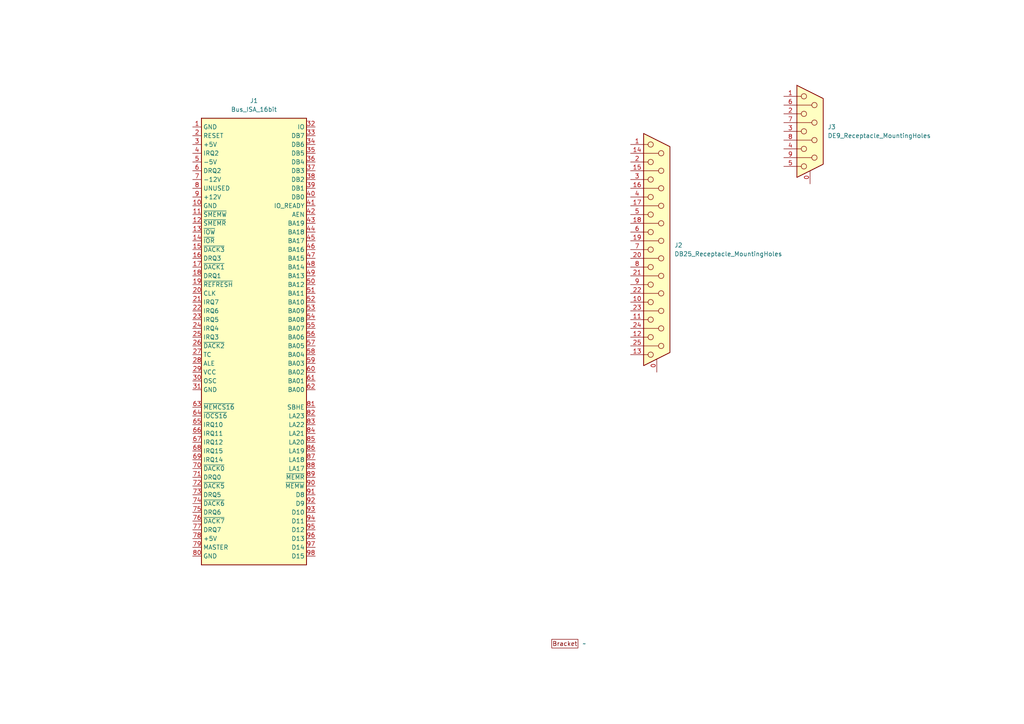
<source format=kicad_sch>
(kicad_sch (version 20231120) (generator "eeschema") (generator_version "8.0")
  (paper "A4")
  (lib_symbols
    (symbol "Connector:Bus_ISA_16bit"
      (property "Reference" "J" (at 0 67.945 0))
      (property "Value" "Bus_ISA_16bit" (at 0 -65.405 0))
      (symbol "Bus_ISA_16bit_0_1"
        (rectangle (start -15.24 -63.5) (end 15.24 66.04) (stroke (width 0.254)) (fill (type background)))
      )
      (symbol "Bus_ISA_16bit_1_1"
        (pin power_in line (at -17.78 63.5 0) (length 2.54) (name "GND") (number "1"))
        (pin power_in line (at -17.78 40.64 0) (length 2.54) (name "GND") (number "10"))
        (pin output line (at -17.78 38.1 0) (length 2.54) (name "~{SMEMW}") (number "11"))
        (pin output line (at -17.78 35.56 0) (length 2.54) (name "~{SMEMR}") (number "12"))
        (pin output line (at -17.78 33.02 0) (length 2.54) (name "~{IOW}") (number "13"))
        (pin output line (at -17.78 30.48 0) (length 2.54) (name "~{IOR}") (number "14"))
        (pin passive line (at -17.78 27.94 0) (length 2.54) (name "~{DACK3}") (number "15"))
        (pin passive line (at -17.78 25.4 0) (length 2.54) (name "DRQ3") (number "16"))
        (pin passive line (at -17.78 22.86 0) (length 2.54) (name "~{DACK1}") (number "17"))
        (pin passive line (at -17.78 20.32 0) (length 2.54) (name "DRQ1") (number "18"))
        (pin passive line (at -17.78 17.78 0) (length 2.54) (name "~{REFRESH}") (number "19"))
        (pin output line (at -17.78 60.96 0) (length 2.54) (name "RESET") (number "2"))
        (pin output line (at -17.78 15.24 0) (length 2.54) (name "CLK") (number "20"))
        (pin passive line (at -17.78 12.7 0) (length 2.54) (name "IRQ7") (number "21"))
        (pin passive line (at -17.78 10.16 0) (length 2.54) (name "IRQ6") (number "22"))
        (pin passive line (at -17.78 7.62 0) (length 2.54) (name "IRQ5") (number "23"))
        (pin passive line (at -17.78 5.08 0) (length 2.54) (name "IRQ4") (number "24"))
        (pin passive line (at -17.78 2.54 0) (length 2.54) (name "IRQ3") (number "25"))
        (pin passive line (at -17.78 0 0) (length 2.54) (name "~{DACK2}") (number "26"))
        (pin passive line (at -17.78 -2.54 0) (length 2.54) (name "TC") (number "27"))
        (pin output line (at -17.78 -5.08 0) (length 2.54) (name "ALE") (number "28"))
        (pin power_in line (at -17.78 -7.62 0) (length 2.54) (name "VCC") (number "29"))
        (pin power_in line (at -17.78 58.42 0) (length 2.54) (name "+5V") (number "3"))
        (pin output line (at -17.78 -10.16 0) (length 2.54) (name "OSC") (number "30"))
        (pin power_in line (at -17.78 -12.7 0) (length 2.54) (name "GND") (number "31"))
        (pin passive line (at 17.78 63.5 180) (length 2.54) (name "IO") (number "32"))
        (pin tri_state line (at 17.78 60.96 180) (length 2.54) (name "DB7") (number "33"))
        (pin tri_state line (at 17.78 58.42 180) (length 2.54) (name "DB6") (number "34"))
        (pin tri_state line (at 17.78 55.88 180) (length 2.54) (name "DB5") (number "35"))
        (pin tri_state line (at 17.78 53.34 180) (length 2.54) (name "DB4") (number "36"))
        (pin tri_state line (at 17.78 50.8 180) (length 2.54) (name "DB3") (number "37"))
        (pin tri_state line (at 17.78 48.26 180) (length 2.54) (name "DB2") (number "38"))
        (pin tri_state line (at 17.78 45.72 180) (length 2.54) (name "DB1") (number "39"))
        (pin passive line (at -17.78 55.88 0) (length 2.54) (name "IRQ2") (number "4"))
        (pin tri_state line (at 17.78 43.18 180) (length 2.54) (name "DB0") (number "40"))
        (pin passive line (at 17.78 40.64 180) (length 2.54) (name "IO_READY") (number "41"))
        (pin output line (at 17.78 38.1 180) (length 2.54) (name "AEN") (number "42"))
        (pin tri_state line (at 17.78 35.56 180) (length 2.54) (name "BA19") (number "43"))
        (pin tri_state line (at 17.78 33.02 180) (length 2.54) (name "BA18") (number "44"))
        (pin tri_state line (at 17.78 30.48 180) (length 2.54) (name "BA17") (number "45"))
        (pin tri_state line (at 17.78 27.94 180) (length 2.54) (name "BA16") (number "46"))
        (pin tri_state line (at 17.78 25.4 180) (length 2.54) (name "BA15") (number "47"))
        (pin tri_state line (at 17.78 22.86 180) (length 2.54) (name "BA14") (number "48"))
        (pin tri_state line (at 17.78 20.32 180) (length 2.54) (name "BA13") (number "49"))
        (pin power_in line (at -17.78 53.34 0) (length 2.54) (name "-5V") (number "5"))
        (pin tri_state line (at 17.78 17.78 180) (length 2.54) (name "BA12") (number "50"))
        (pin tri_state line (at 17.78 15.24 180) (length 2.54) (name "BA11") (number "51"))
        (pin tri_state line (at 17.78 12.7 180) (length 2.54) (name "BA10") (number "52"))
        (pin tri_state line (at 17.78 10.16 180) (length 2.54) (name "BA09") (number "53"))
        (pin tri_state line (at 17.78 7.62 180) (length 2.54) (name "BA08") (number "54"))
        (pin tri_state line (at 17.78 5.08 180) (length 2.54) (name "BA07") (number "55"))
        (pin tri_state line (at 17.78 2.54 180) (length 2.54) (name "BA06") (number "56"))
        (pin tri_state line (at 17.78 0 180) (length 2.54) (name "BA05") (number "57"))
        (pin tri_state line (at 17.78 -2.54 180) (length 2.54) (name "BA04") (number "58"))
        (pin tri_state line (at 17.78 -5.08 180) (length 2.54) (name "BA03") (number "59"))
        (pin passive line (at -17.78 50.8 0) (length 2.54) (name "DRQ2") (number "6"))
        (pin tri_state line (at 17.78 -7.62 180) (length 2.54) (name "BA02") (number "60"))
        (pin tri_state line (at 17.78 -10.16 180) (length 2.54) (name "BA01") (number "61"))
        (pin tri_state line (at 17.78 -12.7 180) (length 2.54) (name "BA00") (number "62"))
        (pin passive line (at -17.78 -17.78 0) (length 2.54) (name "~{MEMCS16}") (number "63"))
        (pin passive line (at -17.78 -20.32 0) (length 2.54) (name "~{IOCS16}") (number "64"))
        (pin passive line (at -17.78 -22.86 0) (length 2.54) (name "IRQ10") (number "65"))
        (pin passive line (at -17.78 -25.4 0) (length 2.54) (name "IRQ11") (number "66"))
        (pin passive line (at -17.78 -27.94 0) (length 2.54) (name "IRQ12") (number "67"))
        (pin passive line (at -17.78 -30.48 0) (length 2.54) (name "IRQ15") (number "68"))
        (pin passive line (at -17.78 -33.02 0) (length 2.54) (name "IRQ14") (number "69"))
        (pin power_in line (at -17.78 48.26 0) (length 2.54) (name "-12V") (number "7"))
        (pin output line (at -17.78 -35.56 0) (length 2.54) (name "~{DACK0}") (number "70"))
        (pin passive line (at -17.78 -38.1 0) (length 2.54) (name "DRQ0") (number "71"))
        (pin output line (at -17.78 -40.64 0) (length 2.54) (name "~{DACK5}") (number "72"))
        (pin passive line (at -17.78 -43.18 0) (length 2.54) (name "DRQ5") (number "73"))
        (pin output line (at -17.78 -45.72 0) (length 2.54) (name "~{DACK6}") (number "74"))
        (pin passive line (at -17.78 -48.26 0) (length 2.54) (name "DRQ6") (number "75"))
        (pin output line (at -17.78 -50.8 0) (length 2.54) (name "~{DACK7}") (number "76"))
        (pin passive line (at -17.78 -53.34 0) (length 2.54) (name "DRQ7") (number "77"))
        (pin power_in line (at -17.78 -55.88 0) (length 2.54) (name "+5V") (number "78"))
        (pin passive line (at -17.78 -58.42 0) (length 2.54) (name "MASTER") (number "79"))
        (pin passive line (at -17.78 45.72 0) (length 2.54) (name "UNUSED") (number "8"))
        (pin power_in line (at -17.78 -60.96 0) (length 2.54) (name "GND") (number "80"))
        (pin passive line (at 17.78 -17.78 180) (length 2.54) (name "SBHE") (number "81"))
        (pin passive line (at 17.78 -20.32 180) (length 2.54) (name "LA23") (number "82"))
        (pin passive line (at 17.78 -22.86 180) (length 2.54) (name "LA22") (number "83"))
        (pin passive line (at 17.78 -25.4 180) (length 2.54) (name "LA21") (number "84"))
        (pin passive line (at 17.78 -27.94 180) (length 2.54) (name "LA20") (number "85"))
        (pin passive line (at 17.78 -30.48 180) (length 2.54) (name "LA19") (number "86"))
        (pin passive line (at 17.78 -33.02 180) (length 2.54) (name "LA18") (number "87"))
        (pin passive line (at 17.78 -35.56 180) (length 2.54) (name "LA17") (number "88"))
        (pin output line (at 17.78 -38.1 180) (length 2.54) (name "~{MEMR}") (number "89"))
        (pin power_in line (at -17.78 43.18 0) (length 2.54) (name "+12V") (number "9"))
        (pin output line (at 17.78 -40.64 180) (length 2.54) (name "~{MEMW}") (number "90"))
        (pin tri_state line (at 17.78 -43.18 180) (length 2.54) (name "D8") (number "91"))
        (pin tri_state line (at 17.78 -45.72 180) (length 2.54) (name "D9") (number "92"))
        (pin tri_state line (at 17.78 -48.26 180) (length 2.54) (name "D10") (number "93"))
        (pin tri_state line (at 17.78 -50.8 180) (length 2.54) (name "D11") (number "94"))
        (pin tri_state line (at 17.78 -53.34 180) (length 2.54) (name "D12") (number "95"))
        (pin tri_state line (at 17.78 -55.88 180) (length 2.54) (name "D13") (number "96"))
        (pin tri_state line (at 17.78 -58.42 180) (length 2.54) (name "D14") (number "97"))
        (pin tri_state line (at 17.78 -60.96 180) (length 2.54) (name "D15") (number "98"))
      )
    )
    (symbol "Connector:DB25_Receptacle_MountingHoles" (pin_names (offset 1.016) hide)
      (property "Reference" "J" (at 0 36.83 0))
      (property "Value" "DB25_Receptacle_MountingHoles" (at 0 34.925 0))
      (symbol "DB25_Receptacle_MountingHoles_0_1"
        (circle (center -1.778 -30.48) (radius 0.762))
        (circle (center -1.778 -25.4) (radius 0.762))
        (circle (center -1.778 -20.32) (radius 0.762))
        (circle (center -1.778 -15.24) (radius 0.762))
        (circle (center -1.778 -10.16) (radius 0.762))
        (circle (center -1.778 -5.08) (radius 0.762))
        (circle (center -1.778 0) (radius 0.762))
        (circle (center -1.778 5.08) (radius 0.762))
        (circle (center -1.778 10.16) (radius 0.762))
        (circle (center -1.778 15.24) (radius 0.762))
        (circle (center -1.778 20.32) (radius 0.762))
        (circle (center -1.778 25.4) (radius 0.762))
        (circle (center -1.778 30.48) (radius 0.762))
        (polyline (pts (xy -3.81 -30.48) (xy -2.54 -30.48)))
        (polyline (pts (xy -3.81 -27.94) (xy 0.508 -27.94)))
        (polyline (pts (xy -3.81 -25.4) (xy -2.54 -25.4)))
        (polyline (pts (xy -3.81 -22.86) (xy 0.508 -22.86)))
        (polyline (pts (xy -3.81 -20.32) (xy -2.54 -20.32)))
        (polyline (pts (xy -3.81 -17.78) (xy 0.508 -17.78)))
        (polyline (pts (xy -3.81 -15.24) (xy -2.54 -15.24)))
        (polyline (pts (xy -3.81 -12.7) (xy 0.508 -12.7)))
        (polyline (pts (xy -3.81 -10.16) (xy -2.54 -10.16)))
        (polyline (pts (xy -3.81 -7.62) (xy 0.508 -7.62)))
        (polyline (pts (xy -3.81 -5.08) (xy -2.54 -5.08)))
        (polyline (pts (xy -3.81 -2.54) (xy 0.508 -2.54)))
        (polyline (pts (xy -3.81 0) (xy -2.54 0)))
        (polyline (pts (xy -3.81 2.54) (xy 0.508 2.54)))
        (polyline (pts (xy -3.81 5.08) (xy -2.54 5.08)))
        (polyline (pts (xy -3.81 7.62) (xy 0.508 7.62)))
        (polyline (pts (xy -3.81 10.16) (xy -2.54 10.16)))
        (polyline (pts (xy -3.81 12.7) (xy 0.508 12.7)))
        (polyline (pts (xy -3.81 15.24) (xy -2.54 15.24)))
        (polyline (pts (xy -3.81 17.78) (xy 0.508 17.78)))
        (polyline (pts (xy -3.81 20.32) (xy -2.54 20.32)))
        (polyline (pts (xy -3.81 22.86) (xy 0.508 22.86)))
        (polyline (pts (xy -3.81 25.4) (xy -2.54 25.4)))
        (polyline (pts (xy -3.81 27.94) (xy 0.508 27.94)))
        (polyline (pts (xy -3.81 30.48) (xy -2.54 30.48)))
        (polyline (pts (xy -3.81 33.655) (xy 3.81 29.845) (xy 3.81 -29.845) (xy -3.81 -33.655) (xy -3.81 33.655)) (stroke (width 0.254)) (fill (type background)))
        (circle (center 1.27 -27.94) (radius 0.762))
        (circle (center 1.27 -22.86) (radius 0.762))
        (circle (center 1.27 -17.78) (radius 0.762))
        (circle (center 1.27 -12.7) (radius 0.762))
        (circle (center 1.27 -7.62) (radius 0.762))
        (circle (center 1.27 -2.54) (radius 0.762))
        (circle (center 1.27 2.54) (radius 0.762))
        (circle (center 1.27 7.62) (radius 0.762))
        (circle (center 1.27 12.7) (radius 0.762))
        (circle (center 1.27 17.78) (radius 0.762))
        (circle (center 1.27 22.86) (radius 0.762))
        (circle (center 1.27 27.94) (radius 0.762))
      )
      (symbol "DB25_Receptacle_MountingHoles_1_1"
        (pin passive line (at 0 -35.56 90) (length 3.81) (name "PAD") (number "0"))
        (pin passive line (at -7.62 30.48 0) (length 3.81) (name "1") (number "1"))
        (pin passive line (at -7.62 -15.24 0) (length 3.81) (name "10") (number "10"))
        (pin passive line (at -7.62 -20.32 0) (length 3.81) (name "11") (number "11"))
        (pin passive line (at -7.62 -25.4 0) (length 3.81) (name "12") (number "12"))
        (pin passive line (at -7.62 -30.48 0) (length 3.81) (name "13") (number "13"))
        (pin passive line (at -7.62 27.94 0) (length 3.81) (name "P14") (number "14"))
        (pin passive line (at -7.62 22.86 0) (length 3.81) (name "P15") (number "15"))
        (pin passive line (at -7.62 17.78 0) (length 3.81) (name "P16") (number "16"))
        (pin passive line (at -7.62 12.7 0) (length 3.81) (name "P17") (number "17"))
        (pin passive line (at -7.62 7.62 0) (length 3.81) (name "P18") (number "18"))
        (pin passive line (at -7.62 2.54 0) (length 3.81) (name "P19") (number "19"))
        (pin passive line (at -7.62 25.4 0) (length 3.81) (name "2") (number "2"))
        (pin passive line (at -7.62 -2.54 0) (length 3.81) (name "P20") (number "20"))
        (pin passive line (at -7.62 -7.62 0) (length 3.81) (name "P21") (number "21"))
        (pin passive line (at -7.62 -12.7 0) (length 3.81) (name "P22") (number "22"))
        (pin passive line (at -7.62 -17.78 0) (length 3.81) (name "P23") (number "23"))
        (pin passive line (at -7.62 -22.86 0) (length 3.81) (name "P24") (number "24"))
        (pin passive line (at -7.62 -27.94 0) (length 3.81) (name "P25") (number "25"))
        (pin passive line (at -7.62 20.32 0) (length 3.81) (name "3") (number "3"))
        (pin passive line (at -7.62 15.24 0) (length 3.81) (name "4") (number "4"))
        (pin passive line (at -7.62 10.16 0) (length 3.81) (name "5") (number "5"))
        (pin passive line (at -7.62 5.08 0) (length 3.81) (name "6") (number "6"))
        (pin passive line (at -7.62 0 0) (length 3.81) (name "7") (number "7"))
        (pin passive line (at -7.62 -5.08 0) (length 3.81) (name "8") (number "8"))
        (pin passive line (at -7.62 -10.16 0) (length 3.81) (name "9") (number "9"))
      )
    )
    (symbol "Connector:DE9_Receptacle_MountingHoles" (pin_names (offset 1.016) hide)
      (property "Reference" "J" (at 0 16.51 0))
      (property "Value" "DE9_Receptacle_MountingHoles" (at 0 14.605 0))
      (symbol "DE9_Receptacle_MountingHoles_0_1"
        (circle (center -1.778 -10.16) (radius 0.762))
        (circle (center -1.778 -5.08) (radius 0.762))
        (circle (center -1.778 0) (radius 0.762))
        (circle (center -1.778 5.08) (radius 0.762))
        (circle (center -1.778 10.16) (radius 0.762))
        (polyline (pts (xy -3.81 -10.16) (xy -2.54 -10.16)))
        (polyline (pts (xy -3.81 -7.62) (xy 0.508 -7.62)))
        (polyline (pts (xy -3.81 -5.08) (xy -2.54 -5.08)))
        (polyline (pts (xy -3.81 -2.54) (xy 0.508 -2.54)))
        (polyline (pts (xy -3.81 0) (xy -2.54 0)))
        (polyline (pts (xy -3.81 2.54) (xy 0.508 2.54)))
        (polyline (pts (xy -3.81 5.08) (xy -2.54 5.08)))
        (polyline (pts (xy -3.81 7.62) (xy 0.508 7.62)))
        (polyline (pts (xy -3.81 10.16) (xy -2.54 10.16)))
        (polyline (pts (xy -3.81 13.335) (xy -3.81 -13.335) (xy 3.81 -9.525) (xy 3.81 9.525) (xy -3.81 13.335)) (stroke (width 0.254)) (fill (type background)))
        (circle (center 1.27 -7.62) (radius 0.762))
        (circle (center 1.27 -2.54) (radius 0.762))
        (circle (center 1.27 2.54) (radius 0.762))
        (circle (center 1.27 7.62) (radius 0.762))
      )
      (symbol "DE9_Receptacle_MountingHoles_1_1"
        (pin passive line (at 0 -15.24 90) (length 3.81) (name "PAD") (number "0"))
        (pin passive line (at -7.62 10.16 0) (length 3.81) (name "1") (number "1"))
        (pin passive line (at -7.62 5.08 0) (length 3.81) (name "2") (number "2"))
        (pin passive line (at -7.62 0 0) (length 3.81) (name "3") (number "3"))
        (pin passive line (at -7.62 -5.08 0) (length 3.81) (name "4") (number "4"))
        (pin passive line (at -7.62 -10.16 0) (length 3.81) (name "5") (number "5"))
        (pin passive line (at -7.62 7.62 0) (length 3.81) (name "6") (number "6"))
        (pin passive line (at -7.62 2.54 0) (length 3.81) (name "7") (number "7"))
        (pin passive line (at -7.62 -2.54 0) (length 3.81) (name "8") (number "8"))
        (pin passive line (at -7.62 -7.62 0) (length 3.81) (name "9") (number "9"))
      )
    )
    (symbol "pc-parts:9202"
      (symbol "9202_1_1"
        (rectangle (start -3.81 1.27) (end 3.81 -1.27))
        (text "Bracket" (at 0 0 0) (effects (font (size 1.27 1.27))))
      )
    )
  )
  (symbol (lib_id "Connector:DE9_Receptacle_MountingHoles") (at 234.95 38.1 0) (unit 1)
    (property "Reference" "J3" (at 240.03 36.8299 0) (effects (justify left)))
    (property "Value" "DE9_Receptacle_MountingHoles" (at 240.03 39.3699 0) (effects (justify left)))
    (property "Footprint" "Connector_Dsub:DSUB-9_Female_Horizontal_P2.77x2.84mm_EdgePinOffset4.94mm_Housed_MountingHolesOffset4.94mm" (effects (hide yes)))
    (property "Description" "9-pin female receptacle socket D-SUB connector, Mounting Hole" (effects (hide yes)))
  )
  (symbol (lib_id "pc-parts:9202") (at 163.83 186.69 0) (unit 1)
    (property "Reference" "BRACKET1" (effects (hide yes)))
    (property "Value" "~" (at 168.91 186.69 0) (effects (justify left)))
    (property "Footprint" "pc-parts:PC_BRACKET_ISA_KEYSTONE_9200_Rev1_1" (effects (hide yes)))
  )
  (symbol (lib_id "Connector:DB25_Receptacle_MountingHoles") (at 190.5 72.39 0) (unit 1)
    (property "Reference" "J2" (at 195.58 71.1199 0) (effects (justify left)))
    (property "Value" "DB25_Receptacle_MountingHoles" (at 195.58 73.6599 0) (effects (justify left)))
    (property "Footprint" "Connector_Dsub:DSUB-25_Female_Horizontal_P2.77x2.84mm_EdgePinOffset4.94mm_Housed_MountingHolesOffset4.94mm" (effects (hide yes)))
    (property "Description" "25-pin female receptacle socket D-SUB connector, Mounting Hole" (effects (hide yes)))
  )
  (symbol (lib_id "Connector:Bus_ISA_16bit") (at 73.66 100.33 0) (unit 1)
    (property "Reference" "J1" (at 73.66 29.21 0))
    (property "Value" "Bus_ISA_16bit" (at 73.66 31.75 0))
    (property "Footprint" "Connector_PCBEdge:BUS_AT" (effects (hide yes)))
    (property "Datasheet" "https://en.wikipedia.org/wiki/Industry_Standard_Architecture" (effects (hide yes)))
    (property "Description" "16-bit ISA-AT bus connector" (effects (hide yes)))
  )
)
</source>
